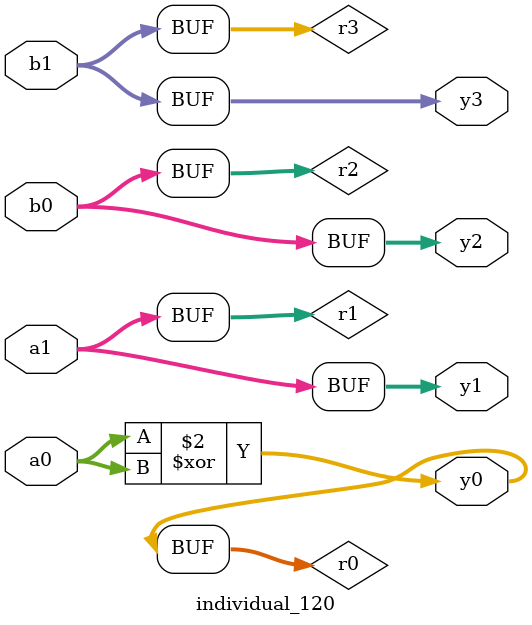
<source format=sv>
module individual_120(input logic [15:0] a1, input logic [15:0] a0, input logic [15:0] b1, input logic [15:0] b0, output logic [15:0] y3, output logic [15:0] y2, output logic [15:0] y1, output logic [15:0] y0);
logic [15:0] r0, r1, r2, r3; 
 always@(*) begin 
	 r0 = a0; r1 = a1; r2 = b0; r3 = b1; 
 	 r0  ^=  r0 ;
 	 y3 = r3; y2 = r2; y1 = r1; y0 = r0; 
end
endmodule
</source>
